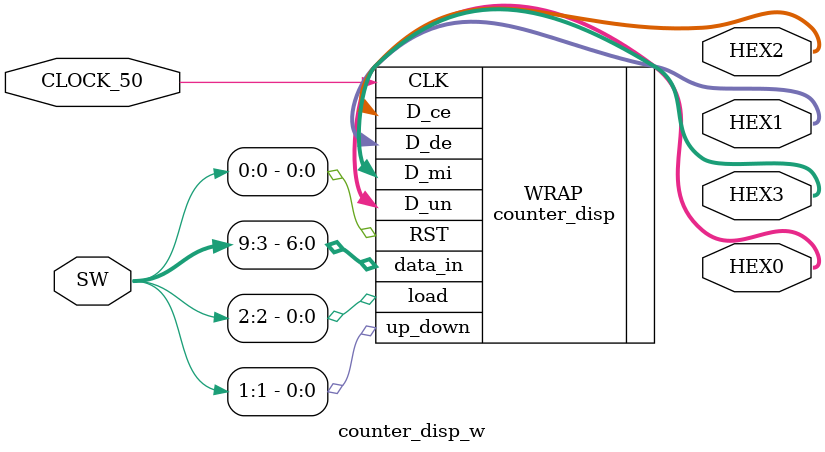
<source format=v>
module counter_disp_w(
    input [9:0] SW,
    input CLOCK_50,
    output [0:6] HEX0, HEX1, HEX2, HEX3 // Por convención, las señales del display de 7 segmentos empieza con el segmento 0
);

counter_disp WRAP(
    .CLK(CLOCK_50),
    .RST(SW[0]),
	 .data_in(SW[9:3]),
	 .load(SW[2]),
	 .up_down(SW[1]),
    .D_un(HEX0),
    .D_de(HEX1),
    .D_ce(HEX2),
    .D_mi(HEX3)
);

endmodule
</source>
